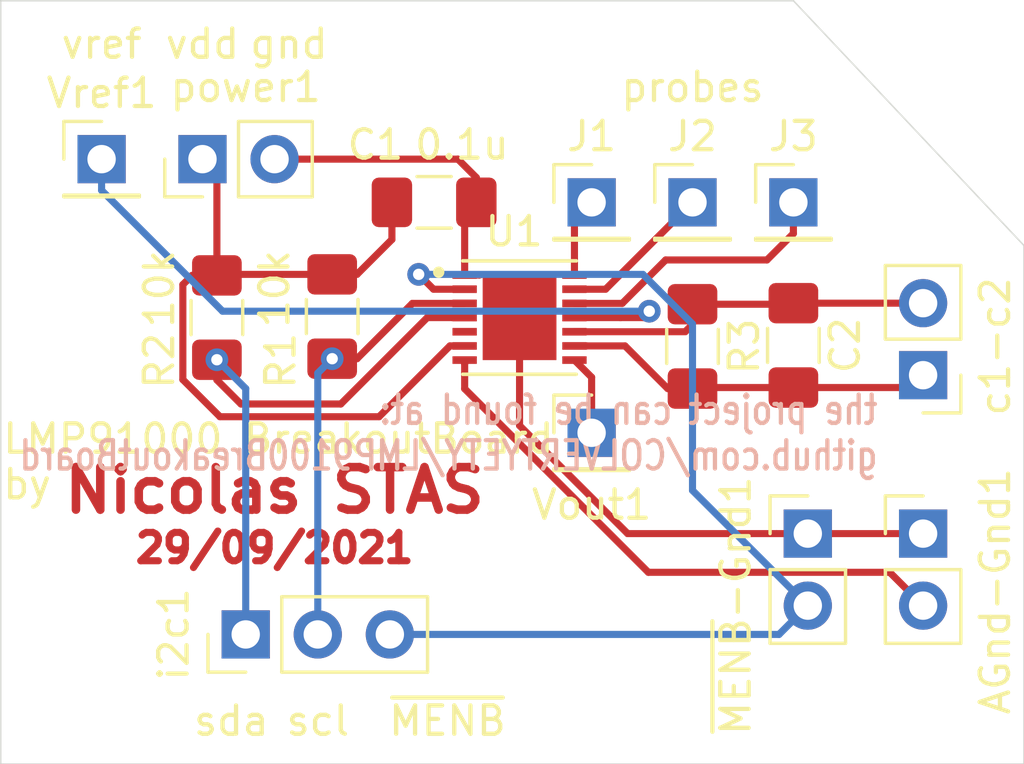
<source format=kicad_pcb>
(kicad_pcb (version 20171130) (host pcbnew 5.1.5+dfsg1-2build2)

  (general
    (thickness 1.6)
    (drawings 19)
    (tracks 94)
    (zones 0)
    (modules 16)
    (nets 14)
  )

  (page A4)
  (layers
    (0 F.Cu signal)
    (31 B.Cu signal)
    (32 B.Adhes user)
    (33 F.Adhes user)
    (34 B.Paste user)
    (35 F.Paste user)
    (36 B.SilkS user)
    (37 F.SilkS user)
    (38 B.Mask user)
    (39 F.Mask user)
    (40 Dwgs.User user)
    (41 Cmts.User user)
    (42 Eco1.User user)
    (43 Eco2.User user)
    (44 Edge.Cuts user)
    (45 Margin user)
    (46 B.CrtYd user)
    (47 F.CrtYd user)
    (48 B.Fab user)
    (49 F.Fab user hide)
  )

  (setup
    (last_trace_width 0.25)
    (trace_clearance 0.2)
    (zone_clearance 0.508)
    (zone_45_only no)
    (trace_min 0.2)
    (via_size 0.8)
    (via_drill 0.4)
    (via_min_size 0.4)
    (via_min_drill 0.3)
    (uvia_size 0.3)
    (uvia_drill 0.1)
    (uvias_allowed no)
    (uvia_min_size 0.2)
    (uvia_min_drill 0.1)
    (edge_width 0.05)
    (segment_width 0.2)
    (pcb_text_width 0.3)
    (pcb_text_size 1.5 1.5)
    (mod_edge_width 0.12)
    (mod_text_size 1 1)
    (mod_text_width 0.15)
    (pad_size 1.524 1.524)
    (pad_drill 0.762)
    (pad_to_mask_clearance 0.051)
    (solder_mask_min_width 0.25)
    (aux_axis_origin 0 0)
    (visible_elements FFFFFF7F)
    (pcbplotparams
      (layerselection 0x010fc_ffffffff)
      (usegerberextensions false)
      (usegerberattributes false)
      (usegerberadvancedattributes false)
      (creategerberjobfile false)
      (excludeedgelayer true)
      (linewidth 0.100000)
      (plotframeref false)
      (viasonmask false)
      (mode 1)
      (useauxorigin false)
      (hpglpennumber 1)
      (hpglpenspeed 20)
      (hpglpendiameter 15.000000)
      (psnegative false)
      (psa4output false)
      (plotreference true)
      (plotvalue true)
      (plotinvisibletext false)
      (padsonsilk false)
      (subtractmaskfromsilk false)
      (outputformat 1)
      (mirror false)
      (drillshape 1)
      (scaleselection 1)
      (outputdirectory ""))
  )

  (net 0 "")
  (net 1 "Net-(AGnd-Gnd1-Pad2)")
  (net 2 GND)
  (net 3 VDD)
  (net 4 "Net-(C2-Pad2)")
  (net 5 "Net-(C2-Pad1)")
  (net 6 ~MENB~)
  (net 7 "Net-(R1-Pad1)")
  (net 8 "Net-(R2-Pad1)")
  (net 9 "Net-(J1-Pad1)")
  (net 10 "Net-(J2-Pad1)")
  (net 11 "Net-(J3-Pad1)")
  (net 12 "Net-(U1-Pad11)")
  (net 13 "Net-(U1-Pad8)")

  (net_class Default "This is the default net class."
    (clearance 0.2)
    (trace_width 0.25)
    (via_dia 0.8)
    (via_drill 0.4)
    (uvia_dia 0.3)
    (uvia_drill 0.1)
    (add_net GND)
    (add_net "Net-(AGnd-Gnd1-Pad2)")
    (add_net "Net-(C2-Pad1)")
    (add_net "Net-(C2-Pad2)")
    (add_net "Net-(J1-Pad1)")
    (add_net "Net-(J2-Pad1)")
    (add_net "Net-(J3-Pad1)")
    (add_net "Net-(R1-Pad1)")
    (add_net "Net-(R2-Pad1)")
    (add_net "Net-(U1-Pad11)")
    (add_net "Net-(U1-Pad8)")
    (add_net VDD)
    (add_net ~MENB~)
  )

  (module Connector_PinHeader_2.54mm:PinHeader_1x01_P2.54mm_Vertical (layer F.Cu) (tedit 59FED5CC) (tstamp 6154BACB)
    (at 72.136 66.548)
    (descr "Through hole straight pin header, 1x01, 2.54mm pitch, single row")
    (tags "Through hole pin header THT 1x01 2.54mm single row")
    (path /6155CAC8)
    (fp_text reference Vref1 (at 0 -2.33) (layer F.SilkS)
      (effects (font (size 1 1) (thickness 0.15)))
    )
    (fp_text value Conn_01x01_Male (at 0 2.33) (layer F.Fab)
      (effects (font (size 1 1) (thickness 0.15)))
    )
    (fp_text user %R (at 0 0 90) (layer F.Fab)
      (effects (font (size 1 1) (thickness 0.15)))
    )
    (fp_line (start 1.8 -1.8) (end -1.8 -1.8) (layer F.CrtYd) (width 0.05))
    (fp_line (start 1.8 1.8) (end 1.8 -1.8) (layer F.CrtYd) (width 0.05))
    (fp_line (start -1.8 1.8) (end 1.8 1.8) (layer F.CrtYd) (width 0.05))
    (fp_line (start -1.8 -1.8) (end -1.8 1.8) (layer F.CrtYd) (width 0.05))
    (fp_line (start -1.33 -1.33) (end 0 -1.33) (layer F.SilkS) (width 0.12))
    (fp_line (start -1.33 0) (end -1.33 -1.33) (layer F.SilkS) (width 0.12))
    (fp_line (start -1.33 1.27) (end 1.33 1.27) (layer F.SilkS) (width 0.12))
    (fp_line (start 1.33 1.27) (end 1.33 1.33) (layer F.SilkS) (width 0.12))
    (fp_line (start -1.33 1.27) (end -1.33 1.33) (layer F.SilkS) (width 0.12))
    (fp_line (start -1.33 1.33) (end 1.33 1.33) (layer F.SilkS) (width 0.12))
    (fp_line (start -1.27 -0.635) (end -0.635 -1.27) (layer F.Fab) (width 0.1))
    (fp_line (start -1.27 1.27) (end -1.27 -0.635) (layer F.Fab) (width 0.1))
    (fp_line (start 1.27 1.27) (end -1.27 1.27) (layer F.Fab) (width 0.1))
    (fp_line (start 1.27 -1.27) (end 1.27 1.27) (layer F.Fab) (width 0.1))
    (fp_line (start -0.635 -1.27) (end 1.27 -1.27) (layer F.Fab) (width 0.1))
    (pad 1 thru_hole rect (at 0 0) (size 1.7 1.7) (drill 1) (layers *.Cu *.Mask)
      (net 12 "Net-(U1-Pad11)"))
    (model ${KISYS3DMOD}/Connector_PinHeader_2.54mm.3dshapes/PinHeader_1x01_P2.54mm_Vertical.wrl
      (at (xyz 0 0 0))
      (scale (xyz 1 1 1))
      (rotate (xyz 0 0 0))
    )
  )

  (module Capacitor_SMD:C_1206_3216Metric_Pad1.42x1.75mm_HandSolder (layer F.Cu) (tedit 5B301BBE) (tstamp 6154B9BB)
    (at 83.8565 68.072 180)
    (descr "Capacitor SMD 1206 (3216 Metric), square (rectangular) end terminal, IPC_7351 nominal with elongated pad for handsoldering. (Body size source: http://www.tortai-tech.com/upload/download/2011102023233369053.pdf), generated with kicad-footprint-generator")
    (tags "capacitor handsolder")
    (path /6155968E)
    (attr smd)
    (fp_text reference C1 (at 2.0685 2.032) (layer F.SilkS)
      (effects (font (size 1 1) (thickness 0.15)))
    )
    (fp_text value 0.1u (at 0 1.82) (layer F.Fab)
      (effects (font (size 1 1) (thickness 0.15)))
    )
    (fp_text user %R (at 0 0) (layer F.Fab)
      (effects (font (size 0.8 0.8) (thickness 0.12)))
    )
    (fp_line (start 2.45 1.12) (end -2.45 1.12) (layer F.CrtYd) (width 0.05))
    (fp_line (start 2.45 -1.12) (end 2.45 1.12) (layer F.CrtYd) (width 0.05))
    (fp_line (start -2.45 -1.12) (end 2.45 -1.12) (layer F.CrtYd) (width 0.05))
    (fp_line (start -2.45 1.12) (end -2.45 -1.12) (layer F.CrtYd) (width 0.05))
    (fp_line (start -0.602064 0.91) (end 0.602064 0.91) (layer F.SilkS) (width 0.12))
    (fp_line (start -0.602064 -0.91) (end 0.602064 -0.91) (layer F.SilkS) (width 0.12))
    (fp_line (start 1.6 0.8) (end -1.6 0.8) (layer F.Fab) (width 0.1))
    (fp_line (start 1.6 -0.8) (end 1.6 0.8) (layer F.Fab) (width 0.1))
    (fp_line (start -1.6 -0.8) (end 1.6 -0.8) (layer F.Fab) (width 0.1))
    (fp_line (start -1.6 0.8) (end -1.6 -0.8) (layer F.Fab) (width 0.1))
    (pad 2 smd roundrect (at 1.4875 0 180) (size 1.425 1.75) (layers F.Cu F.Paste F.Mask) (roundrect_rratio 0.175439)
      (net 3 VDD))
    (pad 1 smd roundrect (at -1.4875 0 180) (size 1.425 1.75) (layers F.Cu F.Paste F.Mask) (roundrect_rratio 0.175439)
      (net 2 GND))
    (model ${KISYS3DMOD}/Capacitor_SMD.3dshapes/C_1206_3216Metric.wrl
      (at (xyz 0 0 0))
      (scale (xyz 1 1 1))
      (rotate (xyz 0 0 0))
    )
  )

  (module Connector_PinHeader_2.54mm:PinHeader_1x02_P2.54mm_Vertical (layer F.Cu) (tedit 59FED5CC) (tstamp 6154BAE1)
    (at 97.028 79.756)
    (descr "Through hole straight pin header, 1x02, 2.54mm pitch, single row")
    (tags "Through hole pin header THT 1x02 2.54mm single row")
    (path /6154FA70)
    (fp_text reference ~MENB~-Gnd1 (at -2.54 2.54 270) (layer F.SilkS)
      (effects (font (size 1 1) (thickness 0.15)))
    )
    (fp_text value Conn_01x02_Male (at 0 4.87) (layer F.Fab)
      (effects (font (size 1 1) (thickness 0.15)))
    )
    (fp_text user %R (at 0 1.27 90) (layer F.Fab)
      (effects (font (size 1 1) (thickness 0.15)))
    )
    (fp_line (start 1.8 -1.8) (end -1.8 -1.8) (layer F.CrtYd) (width 0.05))
    (fp_line (start 1.8 4.35) (end 1.8 -1.8) (layer F.CrtYd) (width 0.05))
    (fp_line (start -1.8 4.35) (end 1.8 4.35) (layer F.CrtYd) (width 0.05))
    (fp_line (start -1.8 -1.8) (end -1.8 4.35) (layer F.CrtYd) (width 0.05))
    (fp_line (start -1.33 -1.33) (end 0 -1.33) (layer F.SilkS) (width 0.12))
    (fp_line (start -1.33 0) (end -1.33 -1.33) (layer F.SilkS) (width 0.12))
    (fp_line (start -1.33 1.27) (end 1.33 1.27) (layer F.SilkS) (width 0.12))
    (fp_line (start 1.33 1.27) (end 1.33 3.87) (layer F.SilkS) (width 0.12))
    (fp_line (start -1.33 1.27) (end -1.33 3.87) (layer F.SilkS) (width 0.12))
    (fp_line (start -1.33 3.87) (end 1.33 3.87) (layer F.SilkS) (width 0.12))
    (fp_line (start -1.27 -0.635) (end -0.635 -1.27) (layer F.Fab) (width 0.1))
    (fp_line (start -1.27 3.81) (end -1.27 -0.635) (layer F.Fab) (width 0.1))
    (fp_line (start 1.27 3.81) (end -1.27 3.81) (layer F.Fab) (width 0.1))
    (fp_line (start 1.27 -1.27) (end 1.27 3.81) (layer F.Fab) (width 0.1))
    (fp_line (start -0.635 -1.27) (end 1.27 -1.27) (layer F.Fab) (width 0.1))
    (pad 2 thru_hole oval (at 0 2.54) (size 1.7 1.7) (drill 1) (layers *.Cu *.Mask)
      (net 6 ~MENB~))
    (pad 1 thru_hole rect (at 0 0) (size 1.7 1.7) (drill 1) (layers *.Cu *.Mask)
      (net 2 GND))
    (model ${KISYS3DMOD}/Connector_PinHeader_2.54mm.3dshapes/PinHeader_1x02_P2.54mm_Vertical.wrl
      (at (xyz 0 0 0))
      (scale (xyz 1 1 1))
      (rotate (xyz 0 0 0))
    )
  )

  (module Connector_PinHeader_2.54mm:PinHeader_1x01_P2.54mm_Vertical (layer F.Cu) (tedit 59FED5CC) (tstamp 6154BAB6)
    (at 89.408 76.2)
    (descr "Through hole straight pin header, 1x01, 2.54mm pitch, single row")
    (tags "Through hole pin header THT 1x01 2.54mm single row")
    (path /6155BABF)
    (fp_text reference Vout1 (at 0 2.54) (layer F.SilkS)
      (effects (font (size 1 1) (thickness 0.15)))
    )
    (fp_text value Conn_01x01_Male (at 0 2.33) (layer F.Fab)
      (effects (font (size 1 1) (thickness 0.15)))
    )
    (fp_text user %R (at 0 0 90) (layer F.Fab)
      (effects (font (size 1 1) (thickness 0.15)))
    )
    (fp_line (start 1.8 -1.8) (end -1.8 -1.8) (layer F.CrtYd) (width 0.05))
    (fp_line (start 1.8 1.8) (end 1.8 -1.8) (layer F.CrtYd) (width 0.05))
    (fp_line (start -1.8 1.8) (end 1.8 1.8) (layer F.CrtYd) (width 0.05))
    (fp_line (start -1.8 -1.8) (end -1.8 1.8) (layer F.CrtYd) (width 0.05))
    (fp_line (start -1.33 -1.33) (end 0 -1.33) (layer F.SilkS) (width 0.12))
    (fp_line (start -1.33 0) (end -1.33 -1.33) (layer F.SilkS) (width 0.12))
    (fp_line (start -1.33 1.27) (end 1.33 1.27) (layer F.SilkS) (width 0.12))
    (fp_line (start 1.33 1.27) (end 1.33 1.33) (layer F.SilkS) (width 0.12))
    (fp_line (start -1.33 1.27) (end -1.33 1.33) (layer F.SilkS) (width 0.12))
    (fp_line (start -1.33 1.33) (end 1.33 1.33) (layer F.SilkS) (width 0.12))
    (fp_line (start -1.27 -0.635) (end -0.635 -1.27) (layer F.Fab) (width 0.1))
    (fp_line (start -1.27 1.27) (end -1.27 -0.635) (layer F.Fab) (width 0.1))
    (fp_line (start 1.27 1.27) (end -1.27 1.27) (layer F.Fab) (width 0.1))
    (fp_line (start 1.27 -1.27) (end 1.27 1.27) (layer F.Fab) (width 0.1))
    (fp_line (start -0.635 -1.27) (end 1.27 -1.27) (layer F.Fab) (width 0.1))
    (pad 1 thru_hole rect (at 0 0) (size 1.7 1.7) (drill 1) (layers *.Cu *.Mask)
      (net 13 "Net-(U1-Pad8)"))
    (model ${KISYS3DMOD}/Connector_PinHeader_2.54mm.3dshapes/PinHeader_1x01_P2.54mm_Vertical.wrl
      (at (xyz 0 0 0))
      (scale (xyz 1 1 1))
      (rotate (xyz 0 0 0))
    )
  )

  (module lmp:SON50P400X400X80-15N (layer F.Cu) (tedit 615459FA) (tstamp 6154BAA1)
    (at 86.868 72.136)
    (path /61545BF5)
    (fp_text reference U1 (at -0.195115 -3.036605) (layer F.SilkS)
      (effects (font (size 1.000528 1.000528) (thickness 0.15)))
    )
    (fp_text value LMP91000SDE_NOPB (at 9.3308 3.065275) (layer F.Fab)
      (effects (font (size 1.000087 1.000087) (thickness 0.15)))
    )
    (fp_circle (center -2.85 -1.6) (end -2.75 -1.6) (layer F.Fab) (width 0.2))
    (fp_poly (pts (xy -0.82 -0.95) (xy 0.82 -0.95) (xy 0.82 0.95) (xy -0.82 0.95)) (layer F.Paste) (width 0.01))
    (fp_line (start -2.62 2.25) (end -2.62 -2.25) (layer F.CrtYd) (width 0.05))
    (fp_line (start 2.62 2.25) (end -2.62 2.25) (layer F.CrtYd) (width 0.05))
    (fp_line (start 2.62 -2.25) (end 2.62 2.25) (layer F.CrtYd) (width 0.05))
    (fp_line (start -2.62 -2.25) (end 2.62 -2.25) (layer F.CrtYd) (width 0.05))
    (fp_circle (center -2.85 -1.6) (end -2.75 -1.6) (layer F.SilkS) (width 0.2))
    (fp_line (start 2 2) (end -2 2) (layer F.SilkS) (width 0.127))
    (fp_line (start -2 -2) (end 2 -2) (layer F.SilkS) (width 0.127))
    (fp_line (start -2 2) (end -2 -2) (layer F.Fab) (width 0.127))
    (fp_line (start 2 2) (end -2 2) (layer F.Fab) (width 0.127))
    (fp_line (start 2 -2) (end 2 2) (layer F.Fab) (width 0.127))
    (fp_line (start -2 -2) (end 2 -2) (layer F.Fab) (width 0.127))
    (pad 15 smd rect (at 0 0) (size 2.6 3) (layers F.Cu F.Mask)
      (net 2 GND))
    (pad 14 smd roundrect (at 1.935 -1.5) (size 0.86 0.27) (layers F.Cu F.Paste F.Mask) (roundrect_rratio 0.03)
      (net 9 "Net-(J1-Pad1)"))
    (pad 13 smd roundrect (at 1.935 -1) (size 0.86 0.27) (layers F.Cu F.Paste F.Mask) (roundrect_rratio 0.03)
      (net 10 "Net-(J2-Pad1)"))
    (pad 12 smd roundrect (at 1.935 -0.5) (size 0.86 0.27) (layers F.Cu F.Paste F.Mask) (roundrect_rratio 0.03)
      (net 11 "Net-(J3-Pad1)"))
    (pad 11 smd roundrect (at 1.935 0) (size 0.86 0.27) (layers F.Cu F.Paste F.Mask) (roundrect_rratio 0.03)
      (net 12 "Net-(U1-Pad11)"))
    (pad 10 smd roundrect (at 1.935 0.5) (size 0.86 0.27) (layers F.Cu F.Paste F.Mask) (roundrect_rratio 0.03)
      (net 5 "Net-(C2-Pad1)"))
    (pad 9 smd roundrect (at 1.935 1) (size 0.86 0.27) (layers F.Cu F.Paste F.Mask) (roundrect_rratio 0.03)
      (net 4 "Net-(C2-Pad2)"))
    (pad 8 smd roundrect (at 1.935 1.5) (size 0.86 0.27) (layers F.Cu F.Paste F.Mask) (roundrect_rratio 0.03)
      (net 13 "Net-(U1-Pad8)"))
    (pad 7 smd roundrect (at -1.935 1.5) (size 0.86 0.27) (layers F.Cu F.Paste F.Mask) (roundrect_rratio 0.03)
      (net 1 "Net-(AGnd-Gnd1-Pad2)"))
    (pad 6 smd roundrect (at -1.935 1) (size 0.86 0.27) (layers F.Cu F.Paste F.Mask) (roundrect_rratio 0.03)
      (net 3 VDD))
    (pad 5 smd roundrect (at -1.935 0.5) (size 0.86 0.27) (layers F.Cu F.Paste F.Mask) (roundrect_rratio 0.03))
    (pad 4 smd roundrect (at -1.935 0) (size 0.86 0.27) (layers F.Cu F.Paste F.Mask) (roundrect_rratio 0.03)
      (net 8 "Net-(R2-Pad1)"))
    (pad 3 smd roundrect (at -1.935 -0.5) (size 0.86 0.27) (layers F.Cu F.Paste F.Mask) (roundrect_rratio 0.03)
      (net 7 "Net-(R1-Pad1)"))
    (pad 2 smd roundrect (at -1.935 -1) (size 0.86 0.27) (layers F.Cu F.Paste F.Mask) (roundrect_rratio 0.03)
      (net 6 ~MENB~))
    (pad 1 smd roundrect (at -1.935 -1.5) (size 0.86 0.27) (layers F.Cu F.Paste F.Mask) (roundrect_rratio 0.03)
      (net 2 GND))
  )

  (module Resistor_SMD:R_1206_3216Metric_Pad1.42x1.75mm_HandSolder (layer F.Cu) (tedit 5B301BBD) (tstamp 6154BA81)
    (at 92.964 73.152 270)
    (descr "Resistor SMD 1206 (3216 Metric), square (rectangular) end terminal, IPC_7351 nominal with elongated pad for handsoldering. (Body size source: http://www.tortai-tech.com/upload/download/2011102023233369053.pdf), generated with kicad-footprint-generator")
    (tags "resistor handsolder")
    (path /6155E4B6)
    (attr smd)
    (fp_text reference R3 (at 0 -1.82 90) (layer F.SilkS)
      (effects (font (size 1 1) (thickness 0.15)))
    )
    (fp_text value r (at 0 1.82 90) (layer F.Fab)
      (effects (font (size 1 1) (thickness 0.15)))
    )
    (fp_text user %R (at 0 0 90) (layer F.Fab)
      (effects (font (size 0.8 0.8) (thickness 0.12)))
    )
    (fp_line (start 2.45 1.12) (end -2.45 1.12) (layer F.CrtYd) (width 0.05))
    (fp_line (start 2.45 -1.12) (end 2.45 1.12) (layer F.CrtYd) (width 0.05))
    (fp_line (start -2.45 -1.12) (end 2.45 -1.12) (layer F.CrtYd) (width 0.05))
    (fp_line (start -2.45 1.12) (end -2.45 -1.12) (layer F.CrtYd) (width 0.05))
    (fp_line (start -0.602064 0.91) (end 0.602064 0.91) (layer F.SilkS) (width 0.12))
    (fp_line (start -0.602064 -0.91) (end 0.602064 -0.91) (layer F.SilkS) (width 0.12))
    (fp_line (start 1.6 0.8) (end -1.6 0.8) (layer F.Fab) (width 0.1))
    (fp_line (start 1.6 -0.8) (end 1.6 0.8) (layer F.Fab) (width 0.1))
    (fp_line (start -1.6 -0.8) (end 1.6 -0.8) (layer F.Fab) (width 0.1))
    (fp_line (start -1.6 0.8) (end -1.6 -0.8) (layer F.Fab) (width 0.1))
    (pad 2 smd roundrect (at 1.4875 0 270) (size 1.425 1.75) (layers F.Cu F.Paste F.Mask) (roundrect_rratio 0.175439)
      (net 4 "Net-(C2-Pad2)"))
    (pad 1 smd roundrect (at -1.4875 0 270) (size 1.425 1.75) (layers F.Cu F.Paste F.Mask) (roundrect_rratio 0.175439)
      (net 5 "Net-(C2-Pad1)"))
    (model ${KISYS3DMOD}/Resistor_SMD.3dshapes/R_1206_3216Metric.wrl
      (at (xyz 0 0 0))
      (scale (xyz 1 1 1))
      (rotate (xyz 0 0 0))
    )
  )

  (module Resistor_SMD:R_1206_3216Metric_Pad1.42x1.75mm_HandSolder (layer F.Cu) (tedit 5B301BBD) (tstamp 6154BA70)
    (at 76.2 72.136 90)
    (descr "Resistor SMD 1206 (3216 Metric), square (rectangular) end terminal, IPC_7351 nominal with elongated pad for handsoldering. (Body size source: http://www.tortai-tech.com/upload/download/2011102023233369053.pdf), generated with kicad-footprint-generator")
    (tags "resistor handsolder")
    (path /6154E0A2)
    (attr smd)
    (fp_text reference R2 (at -1.524 -2.032 90) (layer F.SilkS)
      (effects (font (size 1 1) (thickness 0.15)))
    )
    (fp_text value 10k (at 0 1.82 90) (layer F.Fab)
      (effects (font (size 1 1) (thickness 0.15)))
    )
    (fp_text user %R (at 0 0 90) (layer F.Fab)
      (effects (font (size 0.8 0.8) (thickness 0.12)))
    )
    (fp_line (start 2.45 1.12) (end -2.45 1.12) (layer F.CrtYd) (width 0.05))
    (fp_line (start 2.45 -1.12) (end 2.45 1.12) (layer F.CrtYd) (width 0.05))
    (fp_line (start -2.45 -1.12) (end 2.45 -1.12) (layer F.CrtYd) (width 0.05))
    (fp_line (start -2.45 1.12) (end -2.45 -1.12) (layer F.CrtYd) (width 0.05))
    (fp_line (start -0.602064 0.91) (end 0.602064 0.91) (layer F.SilkS) (width 0.12))
    (fp_line (start -0.602064 -0.91) (end 0.602064 -0.91) (layer F.SilkS) (width 0.12))
    (fp_line (start 1.6 0.8) (end -1.6 0.8) (layer F.Fab) (width 0.1))
    (fp_line (start 1.6 -0.8) (end 1.6 0.8) (layer F.Fab) (width 0.1))
    (fp_line (start -1.6 -0.8) (end 1.6 -0.8) (layer F.Fab) (width 0.1))
    (fp_line (start -1.6 0.8) (end -1.6 -0.8) (layer F.Fab) (width 0.1))
    (pad 2 smd roundrect (at 1.4875 0 90) (size 1.425 1.75) (layers F.Cu F.Paste F.Mask) (roundrect_rratio 0.175439)
      (net 3 VDD))
    (pad 1 smd roundrect (at -1.4875 0 90) (size 1.425 1.75) (layers F.Cu F.Paste F.Mask) (roundrect_rratio 0.175439)
      (net 8 "Net-(R2-Pad1)"))
    (model ${KISYS3DMOD}/Resistor_SMD.3dshapes/R_1206_3216Metric.wrl
      (at (xyz 0 0 0))
      (scale (xyz 1 1 1))
      (rotate (xyz 0 0 0))
    )
  )

  (module Resistor_SMD:R_1206_3216Metric_Pad1.42x1.75mm_HandSolder (layer F.Cu) (tedit 5B301BBD) (tstamp 6154BA5F)
    (at 80.264 72.0995 90)
    (descr "Resistor SMD 1206 (3216 Metric), square (rectangular) end terminal, IPC_7351 nominal with elongated pad for handsoldering. (Body size source: http://www.tortai-tech.com/upload/download/2011102023233369053.pdf), generated with kicad-footprint-generator")
    (tags "resistor handsolder")
    (path /6154D576)
    (attr smd)
    (fp_text reference R1 (at -1.5605 -1.82 90) (layer F.SilkS)
      (effects (font (size 1 1) (thickness 0.15)))
    )
    (fp_text value 10k (at 0 1.82 90) (layer F.Fab)
      (effects (font (size 1 1) (thickness 0.15)))
    )
    (fp_text user %R (at 0 0 90) (layer F.Fab)
      (effects (font (size 0.8 0.8) (thickness 0.12)))
    )
    (fp_line (start 2.45 1.12) (end -2.45 1.12) (layer F.CrtYd) (width 0.05))
    (fp_line (start 2.45 -1.12) (end 2.45 1.12) (layer F.CrtYd) (width 0.05))
    (fp_line (start -2.45 -1.12) (end 2.45 -1.12) (layer F.CrtYd) (width 0.05))
    (fp_line (start -2.45 1.12) (end -2.45 -1.12) (layer F.CrtYd) (width 0.05))
    (fp_line (start -0.602064 0.91) (end 0.602064 0.91) (layer F.SilkS) (width 0.12))
    (fp_line (start -0.602064 -0.91) (end 0.602064 -0.91) (layer F.SilkS) (width 0.12))
    (fp_line (start 1.6 0.8) (end -1.6 0.8) (layer F.Fab) (width 0.1))
    (fp_line (start 1.6 -0.8) (end 1.6 0.8) (layer F.Fab) (width 0.1))
    (fp_line (start -1.6 -0.8) (end 1.6 -0.8) (layer F.Fab) (width 0.1))
    (fp_line (start -1.6 0.8) (end -1.6 -0.8) (layer F.Fab) (width 0.1))
    (pad 2 smd roundrect (at 1.4875 0 90) (size 1.425 1.75) (layers F.Cu F.Paste F.Mask) (roundrect_rratio 0.175439)
      (net 3 VDD))
    (pad 1 smd roundrect (at -1.4875 0 90) (size 1.425 1.75) (layers F.Cu F.Paste F.Mask) (roundrect_rratio 0.175439)
      (net 7 "Net-(R1-Pad1)"))
    (model ${KISYS3DMOD}/Resistor_SMD.3dshapes/R_1206_3216Metric.wrl
      (at (xyz 0 0 0))
      (scale (xyz 1 1 1))
      (rotate (xyz 0 0 0))
    )
  )

  (module Connector_PinHeader_2.54mm:PinHeader_1x02_P2.54mm_Vertical (layer F.Cu) (tedit 59FED5CC) (tstamp 6154BA4E)
    (at 75.692 66.548 90)
    (descr "Through hole straight pin header, 1x02, 2.54mm pitch, single row")
    (tags "Through hole pin header THT 1x02 2.54mm single row")
    (path /6157754D)
    (fp_text reference power1 (at 2.54 1.524) (layer F.SilkS)
      (effects (font (size 1 1) (thickness 0.15)))
    )
    (fp_text value Conn_01x02_Male (at 0 4.87 90) (layer F.Fab)
      (effects (font (size 1 1) (thickness 0.15)))
    )
    (fp_text user %R (at 0 1.27) (layer F.Fab)
      (effects (font (size 1 1) (thickness 0.15)))
    )
    (fp_line (start 1.8 -1.8) (end -1.8 -1.8) (layer F.CrtYd) (width 0.05))
    (fp_line (start 1.8 4.35) (end 1.8 -1.8) (layer F.CrtYd) (width 0.05))
    (fp_line (start -1.8 4.35) (end 1.8 4.35) (layer F.CrtYd) (width 0.05))
    (fp_line (start -1.8 -1.8) (end -1.8 4.35) (layer F.CrtYd) (width 0.05))
    (fp_line (start -1.33 -1.33) (end 0 -1.33) (layer F.SilkS) (width 0.12))
    (fp_line (start -1.33 0) (end -1.33 -1.33) (layer F.SilkS) (width 0.12))
    (fp_line (start -1.33 1.27) (end 1.33 1.27) (layer F.SilkS) (width 0.12))
    (fp_line (start 1.33 1.27) (end 1.33 3.87) (layer F.SilkS) (width 0.12))
    (fp_line (start -1.33 1.27) (end -1.33 3.87) (layer F.SilkS) (width 0.12))
    (fp_line (start -1.33 3.87) (end 1.33 3.87) (layer F.SilkS) (width 0.12))
    (fp_line (start -1.27 -0.635) (end -0.635 -1.27) (layer F.Fab) (width 0.1))
    (fp_line (start -1.27 3.81) (end -1.27 -0.635) (layer F.Fab) (width 0.1))
    (fp_line (start 1.27 3.81) (end -1.27 3.81) (layer F.Fab) (width 0.1))
    (fp_line (start 1.27 -1.27) (end 1.27 3.81) (layer F.Fab) (width 0.1))
    (fp_line (start -0.635 -1.27) (end 1.27 -1.27) (layer F.Fab) (width 0.1))
    (pad 2 thru_hole oval (at 0 2.54 90) (size 1.7 1.7) (drill 1) (layers *.Cu *.Mask)
      (net 2 GND))
    (pad 1 thru_hole rect (at 0 0 90) (size 1.7 1.7) (drill 1) (layers *.Cu *.Mask)
      (net 3 VDD))
    (model ${KISYS3DMOD}/Connector_PinHeader_2.54mm.3dshapes/PinHeader_1x02_P2.54mm_Vertical.wrl
      (at (xyz 0 0 0))
      (scale (xyz 1 1 1))
      (rotate (xyz 0 0 0))
    )
  )

  (module Connector_PinHeader_2.54mm:PinHeader_1x01_P2.54mm_Vertical (layer F.Cu) (tedit 59FED5CC) (tstamp 6154BA38)
    (at 96.52 68.072)
    (descr "Through hole straight pin header, 1x01, 2.54mm pitch, single row")
    (tags "Through hole pin header THT 1x01 2.54mm single row")
    (path /61546E33)
    (fp_text reference J3 (at 0 -2.33) (layer F.SilkS)
      (effects (font (size 1 1) (thickness 0.15)))
    )
    (fp_text value Conn_01x01_Male (at 0 2.33) (layer F.Fab)
      (effects (font (size 1 1) (thickness 0.15)))
    )
    (fp_text user %R (at 0 0 90) (layer F.Fab)
      (effects (font (size 1 1) (thickness 0.15)))
    )
    (fp_line (start 1.8 -1.8) (end -1.8 -1.8) (layer F.CrtYd) (width 0.05))
    (fp_line (start 1.8 1.8) (end 1.8 -1.8) (layer F.CrtYd) (width 0.05))
    (fp_line (start -1.8 1.8) (end 1.8 1.8) (layer F.CrtYd) (width 0.05))
    (fp_line (start -1.8 -1.8) (end -1.8 1.8) (layer F.CrtYd) (width 0.05))
    (fp_line (start -1.33 -1.33) (end 0 -1.33) (layer F.SilkS) (width 0.12))
    (fp_line (start -1.33 0) (end -1.33 -1.33) (layer F.SilkS) (width 0.12))
    (fp_line (start -1.33 1.27) (end 1.33 1.27) (layer F.SilkS) (width 0.12))
    (fp_line (start 1.33 1.27) (end 1.33 1.33) (layer F.SilkS) (width 0.12))
    (fp_line (start -1.33 1.27) (end -1.33 1.33) (layer F.SilkS) (width 0.12))
    (fp_line (start -1.33 1.33) (end 1.33 1.33) (layer F.SilkS) (width 0.12))
    (fp_line (start -1.27 -0.635) (end -0.635 -1.27) (layer F.Fab) (width 0.1))
    (fp_line (start -1.27 1.27) (end -1.27 -0.635) (layer F.Fab) (width 0.1))
    (fp_line (start 1.27 1.27) (end -1.27 1.27) (layer F.Fab) (width 0.1))
    (fp_line (start 1.27 -1.27) (end 1.27 1.27) (layer F.Fab) (width 0.1))
    (fp_line (start -0.635 -1.27) (end 1.27 -1.27) (layer F.Fab) (width 0.1))
    (pad 1 thru_hole rect (at 0 0) (size 1.7 1.7) (drill 1) (layers *.Cu *.Mask)
      (net 11 "Net-(J3-Pad1)"))
    (model ${KISYS3DMOD}/Connector_PinHeader_2.54mm.3dshapes/PinHeader_1x01_P2.54mm_Vertical.wrl
      (at (xyz 0 0 0))
      (scale (xyz 1 1 1))
      (rotate (xyz 0 0 0))
    )
  )

  (module Connector_PinHeader_2.54mm:PinHeader_1x01_P2.54mm_Vertical (layer F.Cu) (tedit 59FED5CC) (tstamp 6154BA23)
    (at 92.964 68.072)
    (descr "Through hole straight pin header, 1x01, 2.54mm pitch, single row")
    (tags "Through hole pin header THT 1x01 2.54mm single row")
    (path /61547674)
    (fp_text reference J2 (at 0 -2.33) (layer F.SilkS)
      (effects (font (size 1 1) (thickness 0.15)))
    )
    (fp_text value Conn_01x01_Male (at 0 2.33) (layer F.Fab)
      (effects (font (size 1 1) (thickness 0.15)))
    )
    (fp_text user %R (at 0 0 90) (layer F.Fab)
      (effects (font (size 1 1) (thickness 0.15)))
    )
    (fp_line (start 1.8 -1.8) (end -1.8 -1.8) (layer F.CrtYd) (width 0.05))
    (fp_line (start 1.8 1.8) (end 1.8 -1.8) (layer F.CrtYd) (width 0.05))
    (fp_line (start -1.8 1.8) (end 1.8 1.8) (layer F.CrtYd) (width 0.05))
    (fp_line (start -1.8 -1.8) (end -1.8 1.8) (layer F.CrtYd) (width 0.05))
    (fp_line (start -1.33 -1.33) (end 0 -1.33) (layer F.SilkS) (width 0.12))
    (fp_line (start -1.33 0) (end -1.33 -1.33) (layer F.SilkS) (width 0.12))
    (fp_line (start -1.33 1.27) (end 1.33 1.27) (layer F.SilkS) (width 0.12))
    (fp_line (start 1.33 1.27) (end 1.33 1.33) (layer F.SilkS) (width 0.12))
    (fp_line (start -1.33 1.27) (end -1.33 1.33) (layer F.SilkS) (width 0.12))
    (fp_line (start -1.33 1.33) (end 1.33 1.33) (layer F.SilkS) (width 0.12))
    (fp_line (start -1.27 -0.635) (end -0.635 -1.27) (layer F.Fab) (width 0.1))
    (fp_line (start -1.27 1.27) (end -1.27 -0.635) (layer F.Fab) (width 0.1))
    (fp_line (start 1.27 1.27) (end -1.27 1.27) (layer F.Fab) (width 0.1))
    (fp_line (start 1.27 -1.27) (end 1.27 1.27) (layer F.Fab) (width 0.1))
    (fp_line (start -0.635 -1.27) (end 1.27 -1.27) (layer F.Fab) (width 0.1))
    (pad 1 thru_hole rect (at 0 0) (size 1.7 1.7) (drill 1) (layers *.Cu *.Mask)
      (net 10 "Net-(J2-Pad1)"))
    (model ${KISYS3DMOD}/Connector_PinHeader_2.54mm.3dshapes/PinHeader_1x01_P2.54mm_Vertical.wrl
      (at (xyz 0 0 0))
      (scale (xyz 1 1 1))
      (rotate (xyz 0 0 0))
    )
  )

  (module Connector_PinHeader_2.54mm:PinHeader_1x01_P2.54mm_Vertical (layer F.Cu) (tedit 59FED5CC) (tstamp 6154BA0E)
    (at 89.408 68.072)
    (descr "Through hole straight pin header, 1x01, 2.54mm pitch, single row")
    (tags "Through hole pin header THT 1x01 2.54mm single row")
    (path /615477BF)
    (fp_text reference J1 (at 0 -2.33) (layer F.SilkS)
      (effects (font (size 1 1) (thickness 0.15)))
    )
    (fp_text value Conn_01x01_Male (at 0 2.33) (layer F.Fab)
      (effects (font (size 1 1) (thickness 0.15)))
    )
    (fp_text user %R (at 0 0 90) (layer F.Fab)
      (effects (font (size 1 1) (thickness 0.15)))
    )
    (fp_line (start 1.8 -1.8) (end -1.8 -1.8) (layer F.CrtYd) (width 0.05))
    (fp_line (start 1.8 1.8) (end 1.8 -1.8) (layer F.CrtYd) (width 0.05))
    (fp_line (start -1.8 1.8) (end 1.8 1.8) (layer F.CrtYd) (width 0.05))
    (fp_line (start -1.8 -1.8) (end -1.8 1.8) (layer F.CrtYd) (width 0.05))
    (fp_line (start -1.33 -1.33) (end 0 -1.33) (layer F.SilkS) (width 0.12))
    (fp_line (start -1.33 0) (end -1.33 -1.33) (layer F.SilkS) (width 0.12))
    (fp_line (start -1.33 1.27) (end 1.33 1.27) (layer F.SilkS) (width 0.12))
    (fp_line (start 1.33 1.27) (end 1.33 1.33) (layer F.SilkS) (width 0.12))
    (fp_line (start -1.33 1.27) (end -1.33 1.33) (layer F.SilkS) (width 0.12))
    (fp_line (start -1.33 1.33) (end 1.33 1.33) (layer F.SilkS) (width 0.12))
    (fp_line (start -1.27 -0.635) (end -0.635 -1.27) (layer F.Fab) (width 0.1))
    (fp_line (start -1.27 1.27) (end -1.27 -0.635) (layer F.Fab) (width 0.1))
    (fp_line (start 1.27 1.27) (end -1.27 1.27) (layer F.Fab) (width 0.1))
    (fp_line (start 1.27 -1.27) (end 1.27 1.27) (layer F.Fab) (width 0.1))
    (fp_line (start -0.635 -1.27) (end 1.27 -1.27) (layer F.Fab) (width 0.1))
    (pad 1 thru_hole rect (at 0 0) (size 1.7 1.7) (drill 1) (layers *.Cu *.Mask)
      (net 9 "Net-(J1-Pad1)"))
    (model ${KISYS3DMOD}/Connector_PinHeader_2.54mm.3dshapes/PinHeader_1x01_P2.54mm_Vertical.wrl
      (at (xyz 0 0 0))
      (scale (xyz 1 1 1))
      (rotate (xyz 0 0 0))
    )
  )

  (module Connector_PinHeader_2.54mm:PinHeader_1x03_P2.54mm_Vertical (layer F.Cu) (tedit 59FED5CC) (tstamp 6154B9F9)
    (at 77.216 83.312 90)
    (descr "Through hole straight pin header, 1x03, 2.54mm pitch, single row")
    (tags "Through hole pin header THT 1x03 2.54mm single row")
    (path /6154B7C1)
    (fp_text reference i2c1 (at 0 -2.54 90) (layer F.SilkS)
      (effects (font (size 1 1) (thickness 0.15)))
    )
    (fp_text value Conn_01x03_Female (at 0 7.41 90) (layer F.Fab)
      (effects (font (size 1 1) (thickness 0.15)))
    )
    (fp_text user %R (at 0 2.54) (layer F.Fab)
      (effects (font (size 1 1) (thickness 0.15)))
    )
    (fp_line (start 1.8 -1.8) (end -1.8 -1.8) (layer F.CrtYd) (width 0.05))
    (fp_line (start 1.8 6.85) (end 1.8 -1.8) (layer F.CrtYd) (width 0.05))
    (fp_line (start -1.8 6.85) (end 1.8 6.85) (layer F.CrtYd) (width 0.05))
    (fp_line (start -1.8 -1.8) (end -1.8 6.85) (layer F.CrtYd) (width 0.05))
    (fp_line (start -1.33 -1.33) (end 0 -1.33) (layer F.SilkS) (width 0.12))
    (fp_line (start -1.33 0) (end -1.33 -1.33) (layer F.SilkS) (width 0.12))
    (fp_line (start -1.33 1.27) (end 1.33 1.27) (layer F.SilkS) (width 0.12))
    (fp_line (start 1.33 1.27) (end 1.33 6.41) (layer F.SilkS) (width 0.12))
    (fp_line (start -1.33 1.27) (end -1.33 6.41) (layer F.SilkS) (width 0.12))
    (fp_line (start -1.33 6.41) (end 1.33 6.41) (layer F.SilkS) (width 0.12))
    (fp_line (start -1.27 -0.635) (end -0.635 -1.27) (layer F.Fab) (width 0.1))
    (fp_line (start -1.27 6.35) (end -1.27 -0.635) (layer F.Fab) (width 0.1))
    (fp_line (start 1.27 6.35) (end -1.27 6.35) (layer F.Fab) (width 0.1))
    (fp_line (start 1.27 -1.27) (end 1.27 6.35) (layer F.Fab) (width 0.1))
    (fp_line (start -0.635 -1.27) (end 1.27 -1.27) (layer F.Fab) (width 0.1))
    (pad 3 thru_hole oval (at 0 5.08 90) (size 1.7 1.7) (drill 1) (layers *.Cu *.Mask)
      (net 6 ~MENB~))
    (pad 2 thru_hole oval (at 0 2.54 90) (size 1.7 1.7) (drill 1) (layers *.Cu *.Mask)
      (net 7 "Net-(R1-Pad1)"))
    (pad 1 thru_hole rect (at 0 0 90) (size 1.7 1.7) (drill 1) (layers *.Cu *.Mask)
      (net 8 "Net-(R2-Pad1)"))
    (model ${KISYS3DMOD}/Connector_PinHeader_2.54mm.3dshapes/PinHeader_1x03_P2.54mm_Vertical.wrl
      (at (xyz 0 0 0))
      (scale (xyz 1 1 1))
      (rotate (xyz 0 0 0))
    )
  )

  (module Connector_PinHeader_2.54mm:PinHeader_1x02_P2.54mm_Vertical (layer F.Cu) (tedit 59FED5CC) (tstamp 6154B9E2)
    (at 101.092 74.168 180)
    (descr "Through hole straight pin header, 1x02, 2.54mm pitch, single row")
    (tags "Through hole pin header THT 1x02 2.54mm single row")
    (path /6155DC21)
    (fp_text reference c1-c2 (at -2.54 1.016 90) (layer F.SilkS)
      (effects (font (size 1 1) (thickness 0.15)))
    )
    (fp_text value Conn_01x02_Male (at 0 4.87) (layer F.Fab)
      (effects (font (size 1 1) (thickness 0.15)))
    )
    (fp_text user %R (at 0 1.27 90) (layer F.Fab)
      (effects (font (size 1 1) (thickness 0.15)))
    )
    (fp_line (start 1.8 -1.8) (end -1.8 -1.8) (layer F.CrtYd) (width 0.05))
    (fp_line (start 1.8 4.35) (end 1.8 -1.8) (layer F.CrtYd) (width 0.05))
    (fp_line (start -1.8 4.35) (end 1.8 4.35) (layer F.CrtYd) (width 0.05))
    (fp_line (start -1.8 -1.8) (end -1.8 4.35) (layer F.CrtYd) (width 0.05))
    (fp_line (start -1.33 -1.33) (end 0 -1.33) (layer F.SilkS) (width 0.12))
    (fp_line (start -1.33 0) (end -1.33 -1.33) (layer F.SilkS) (width 0.12))
    (fp_line (start -1.33 1.27) (end 1.33 1.27) (layer F.SilkS) (width 0.12))
    (fp_line (start 1.33 1.27) (end 1.33 3.87) (layer F.SilkS) (width 0.12))
    (fp_line (start -1.33 1.27) (end -1.33 3.87) (layer F.SilkS) (width 0.12))
    (fp_line (start -1.33 3.87) (end 1.33 3.87) (layer F.SilkS) (width 0.12))
    (fp_line (start -1.27 -0.635) (end -0.635 -1.27) (layer F.Fab) (width 0.1))
    (fp_line (start -1.27 3.81) (end -1.27 -0.635) (layer F.Fab) (width 0.1))
    (fp_line (start 1.27 3.81) (end -1.27 3.81) (layer F.Fab) (width 0.1))
    (fp_line (start 1.27 -1.27) (end 1.27 3.81) (layer F.Fab) (width 0.1))
    (fp_line (start -0.635 -1.27) (end 1.27 -1.27) (layer F.Fab) (width 0.1))
    (pad 2 thru_hole oval (at 0 2.54 180) (size 1.7 1.7) (drill 1) (layers *.Cu *.Mask)
      (net 5 "Net-(C2-Pad1)"))
    (pad 1 thru_hole rect (at 0 0 180) (size 1.7 1.7) (drill 1) (layers *.Cu *.Mask)
      (net 4 "Net-(C2-Pad2)"))
    (model ${KISYS3DMOD}/Connector_PinHeader_2.54mm.3dshapes/PinHeader_1x02_P2.54mm_Vertical.wrl
      (at (xyz 0 0 0))
      (scale (xyz 1 1 1))
      (rotate (xyz 0 0 0))
    )
  )

  (module Capacitor_SMD:C_1206_3216Metric_Pad1.42x1.75mm_HandSolder (layer F.Cu) (tedit 5B301BBE) (tstamp 6154B9CC)
    (at 96.52 73.1155 270)
    (descr "Capacitor SMD 1206 (3216 Metric), square (rectangular) end terminal, IPC_7351 nominal with elongated pad for handsoldering. (Body size source: http://www.tortai-tech.com/upload/download/2011102023233369053.pdf), generated with kicad-footprint-generator")
    (tags "capacitor handsolder")
    (path /6155ED49)
    (attr smd)
    (fp_text reference C2 (at 0 -1.82 90) (layer F.SilkS)
      (effects (font (size 1 1) (thickness 0.15)))
    )
    (fp_text value c (at 0 1.82 90) (layer F.Fab)
      (effects (font (size 1 1) (thickness 0.15)))
    )
    (fp_text user %R (at 0 0 90) (layer F.Fab)
      (effects (font (size 0.8 0.8) (thickness 0.12)))
    )
    (fp_line (start 2.45 1.12) (end -2.45 1.12) (layer F.CrtYd) (width 0.05))
    (fp_line (start 2.45 -1.12) (end 2.45 1.12) (layer F.CrtYd) (width 0.05))
    (fp_line (start -2.45 -1.12) (end 2.45 -1.12) (layer F.CrtYd) (width 0.05))
    (fp_line (start -2.45 1.12) (end -2.45 -1.12) (layer F.CrtYd) (width 0.05))
    (fp_line (start -0.602064 0.91) (end 0.602064 0.91) (layer F.SilkS) (width 0.12))
    (fp_line (start -0.602064 -0.91) (end 0.602064 -0.91) (layer F.SilkS) (width 0.12))
    (fp_line (start 1.6 0.8) (end -1.6 0.8) (layer F.Fab) (width 0.1))
    (fp_line (start 1.6 -0.8) (end 1.6 0.8) (layer F.Fab) (width 0.1))
    (fp_line (start -1.6 -0.8) (end 1.6 -0.8) (layer F.Fab) (width 0.1))
    (fp_line (start -1.6 0.8) (end -1.6 -0.8) (layer F.Fab) (width 0.1))
    (pad 2 smd roundrect (at 1.4875 0 270) (size 1.425 1.75) (layers F.Cu F.Paste F.Mask) (roundrect_rratio 0.175439)
      (net 4 "Net-(C2-Pad2)"))
    (pad 1 smd roundrect (at -1.4875 0 270) (size 1.425 1.75) (layers F.Cu F.Paste F.Mask) (roundrect_rratio 0.175439)
      (net 5 "Net-(C2-Pad1)"))
    (model ${KISYS3DMOD}/Capacitor_SMD.3dshapes/C_1206_3216Metric.wrl
      (at (xyz 0 0 0))
      (scale (xyz 1 1 1))
      (rotate (xyz 0 0 0))
    )
  )

  (module Connector_PinHeader_2.54mm:PinHeader_1x02_P2.54mm_Vertical (layer F.Cu) (tedit 59FED5CC) (tstamp 6154B9AA)
    (at 101.092 79.756)
    (descr "Through hole straight pin header, 1x02, 2.54mm pitch, single row")
    (tags "Through hole pin header THT 1x02 2.54mm single row")
    (path /61553BB8)
    (fp_text reference AGnd-Gnd1 (at 2.54 2.032 90) (layer F.SilkS)
      (effects (font (size 1 1) (thickness 0.15)))
    )
    (fp_text value Conn_01x02_Male (at 0 4.87) (layer F.Fab)
      (effects (font (size 1 1) (thickness 0.15)))
    )
    (fp_text user %R (at 0 1.27 90) (layer F.Fab)
      (effects (font (size 1 1) (thickness 0.15)))
    )
    (fp_line (start 1.8 -1.8) (end -1.8 -1.8) (layer F.CrtYd) (width 0.05))
    (fp_line (start 1.8 4.35) (end 1.8 -1.8) (layer F.CrtYd) (width 0.05))
    (fp_line (start -1.8 4.35) (end 1.8 4.35) (layer F.CrtYd) (width 0.05))
    (fp_line (start -1.8 -1.8) (end -1.8 4.35) (layer F.CrtYd) (width 0.05))
    (fp_line (start -1.33 -1.33) (end 0 -1.33) (layer F.SilkS) (width 0.12))
    (fp_line (start -1.33 0) (end -1.33 -1.33) (layer F.SilkS) (width 0.12))
    (fp_line (start -1.33 1.27) (end 1.33 1.27) (layer F.SilkS) (width 0.12))
    (fp_line (start 1.33 1.27) (end 1.33 3.87) (layer F.SilkS) (width 0.12))
    (fp_line (start -1.33 1.27) (end -1.33 3.87) (layer F.SilkS) (width 0.12))
    (fp_line (start -1.33 3.87) (end 1.33 3.87) (layer F.SilkS) (width 0.12))
    (fp_line (start -1.27 -0.635) (end -0.635 -1.27) (layer F.Fab) (width 0.1))
    (fp_line (start -1.27 3.81) (end -1.27 -0.635) (layer F.Fab) (width 0.1))
    (fp_line (start 1.27 3.81) (end -1.27 3.81) (layer F.Fab) (width 0.1))
    (fp_line (start 1.27 -1.27) (end 1.27 3.81) (layer F.Fab) (width 0.1))
    (fp_line (start -0.635 -1.27) (end 1.27 -1.27) (layer F.Fab) (width 0.1))
    (pad 2 thru_hole oval (at 0 2.54) (size 1.7 1.7) (drill 1) (layers *.Cu *.Mask)
      (net 1 "Net-(AGnd-Gnd1-Pad2)"))
    (pad 1 thru_hole rect (at 0 0) (size 1.7 1.7) (drill 1) (layers *.Cu *.Mask)
      (net 2 GND))
    (model ${KISYS3DMOD}/Connector_PinHeader_2.54mm.3dshapes/PinHeader_1x02_P2.54mm_Vertical.wrl
      (at (xyz 0 0 0))
      (scale (xyz 1 1 1))
      (rotate (xyz 0 0 0))
    )
  )

  (gr_text "the project can be found at:\ngithub.com/COLVERTYETY/LMP9100BreakoutBoard" (at 99.568 76.2) (layer B.SilkS)
    (effects (font (size 1 0.8) (thickness 0.15)) (justify left mirror))
  )
  (gr_text 29/09/2021 (at 78.232 80.264) (layer F.Cu)
    (effects (font (size 1 1) (thickness 0.25)))
  )
  (gr_text "Nicolas STAS" (at 78.232 78.232) (layer F.Cu)
    (effects (font (size 1.5 1.5) (thickness 0.3)))
  )
  (gr_text "LMP91000 BreakoutBoard\nby" (at 68.58 77.216) (layer F.SilkS)
    (effects (font (size 1 1) (thickness 0.15)) (justify left))
  )
  (gr_line (start 68.58 87.884) (end 68.58 60.96) (layer Edge.Cuts) (width 0.05) (tstamp 6154D32E))
  (gr_line (start 104.648 87.884) (end 68.58 87.884) (layer Edge.Cuts) (width 0.05))
  (gr_line (start 104.648 69.596) (end 104.648 87.884) (layer Edge.Cuts) (width 0.05))
  (gr_line (start 96.52 60.96) (end 104.648 69.596) (layer Edge.Cuts) (width 0.05))
  (gr_line (start 68.58 60.96) (end 96.52 60.96) (layer Edge.Cuts) (width 0.05))
  (gr_text "probes\n" (at 92.964 64.008) (layer F.SilkS)
    (effects (font (size 1 1) (thickness 0.15)))
  )
  (gr_text "0.1u\n" (at 84.836 66.04) (layer F.SilkS)
    (effects (font (size 1 1) (thickness 0.15)))
  )
  (gr_text "10k\n" (at 78.232 71.12 90) (layer F.SilkS) (tstamp 6154D294)
    (effects (font (size 1 1) (thickness 0.15)))
  )
  (gr_text "10k\n" (at 74.168 71.12 90) (layer F.SilkS)
    (effects (font (size 1 1) (thickness 0.15)))
  )
  (gr_text "scl\n" (at 79.756 86.36) (layer F.SilkS)
    (effects (font (size 1 1) (thickness 0.15)))
  )
  (gr_text "sda\n" (at 76.708 86.36) (layer F.SilkS)
    (effects (font (size 1 1) (thickness 0.15)))
  )
  (gr_text "~MENB~\n" (at 84.328 86.36) (layer F.SilkS)
    (effects (font (size 1 1) (thickness 0.15)))
  )
  (gr_text "vref\n" (at 72.136 62.484) (layer F.SilkS)
    (effects (font (size 1 1) (thickness 0.15)))
  )
  (gr_text "vdd\n" (at 75.692 62.484) (layer F.SilkS)
    (effects (font (size 1 1) (thickness 0.15)))
  )
  (gr_text "gnd\n" (at 78.74 62.484) (layer F.SilkS)
    (effects (font (size 1 1) (thickness 0.15)))
  )

  (segment (start 84.933 73.771) (end 84.933 73.636) (width 0.25) (layer F.Cu) (net 1))
  (segment (start 84.933 74.646412) (end 84.933 73.771) (width 0.25) (layer F.Cu) (net 1))
  (segment (start 91.407587 81.120999) (end 84.933 74.646412) (width 0.25) (layer F.Cu) (net 1))
  (segment (start 99.916999 81.120999) (end 91.407587 81.120999) (width 0.25) (layer F.Cu) (net 1))
  (segment (start 101.092 82.296) (end 99.916999 81.120999) (width 0.25) (layer F.Cu) (net 1))
  (segment (start 86.868 71.936) (end 86.868 72.136) (width 0.25) (layer F.Cu) (net 2))
  (segment (start 84.933 68.483) (end 85.344 68.072) (width 0.25) (layer F.Cu) (net 2))
  (segment (start 84.933 70.636) (end 84.933 68.483) (width 0.25) (layer F.Cu) (net 2))
  (segment (start 85.45289 70.636) (end 85.47689 70.612) (width 0.25) (layer F.Cu) (net 2))
  (segment (start 84.933 70.636) (end 85.45289 70.636) (width 0.25) (layer F.Cu) (net 2))
  (segment (start 85.47689 70.612) (end 85.852 70.612) (width 0.25) (layer F.Cu) (net 2))
  (segment (start 85.852 71.12) (end 86.868 72.136) (width 0.25) (layer F.Cu) (net 2))
  (segment (start 85.852 70.612) (end 85.852 71.12) (width 0.25) (layer F.Cu) (net 2))
  (segment (start 85.344 67.197) (end 85.344 68.072) (width 0.25) (layer F.Cu) (net 2))
  (segment (start 84.695 66.548) (end 85.344 67.197) (width 0.25) (layer F.Cu) (net 2))
  (segment (start 78.232 66.548) (end 84.695 66.548) (width 0.25) (layer F.Cu) (net 2))
  (segment (start 95.928 79.756) (end 97.028 79.756) (width 0.25) (layer F.Cu) (net 2))
  (segment (start 90.678998 79.756) (end 95.928 79.756) (width 0.25) (layer F.Cu) (net 2))
  (segment (start 86.868 75.945002) (end 90.678998 79.756) (width 0.25) (layer F.Cu) (net 2))
  (segment (start 86.868 72.136) (end 86.868 75.945002) (width 0.25) (layer F.Cu) (net 2))
  (segment (start 97.028 79.756) (end 101.092 79.756) (width 0.25) (layer F.Cu) (net 2))
  (segment (start 76.2365 70.612) (end 76.2 70.6485) (width 0.25) (layer F.Cu) (net 3))
  (segment (start 80.264 70.612) (end 76.2365 70.612) (width 0.25) (layer F.Cu) (net 3))
  (segment (start 75.325 70.6485) (end 76.2 70.6485) (width 0.25) (layer F.Cu) (net 3))
  (segment (start 74.99999 70.97351) (end 75.325 70.6485) (width 0.25) (layer F.Cu) (net 3))
  (segment (start 74.99999 74.32418) (end 74.99999 70.97351) (width 0.25) (layer F.Cu) (net 3))
  (segment (start 76.309819 75.634009) (end 74.99999 74.32418) (width 0.25) (layer F.Cu) (net 3))
  (segment (start 81.915101 75.634009) (end 76.309819 75.634009) (width 0.25) (layer F.Cu) (net 3))
  (segment (start 84.41311 73.136) (end 81.915101 75.634009) (width 0.25) (layer F.Cu) (net 3))
  (segment (start 84.933 73.136) (end 84.41311 73.136) (width 0.25) (layer F.Cu) (net 3))
  (segment (start 76.2 67.056) (end 75.692 66.548) (width 0.25) (layer F.Cu) (net 3))
  (segment (start 76.2 70.6485) (end 76.2 67.056) (width 0.25) (layer F.Cu) (net 3))
  (segment (start 82.369 68.947) (end 82.369 68.072) (width 0.25) (layer F.Cu) (net 3))
  (segment (start 82.369 69.382) (end 82.369 68.947) (width 0.25) (layer F.Cu) (net 3))
  (segment (start 81.139 70.612) (end 82.369 69.382) (width 0.25) (layer F.Cu) (net 3))
  (segment (start 80.264 70.612) (end 81.139 70.612) (width 0.25) (layer F.Cu) (net 3))
  (segment (start 93.0005 74.603) (end 92.964 74.6395) (width 0.25) (layer F.Cu) (net 4))
  (segment (start 96.52 74.603) (end 93.0005 74.603) (width 0.25) (layer F.Cu) (net 4))
  (segment (start 89.233 73.136) (end 88.803 73.136) (width 0.25) (layer F.Cu) (net 4))
  (segment (start 90.5855 73.136) (end 89.233 73.136) (width 0.25) (layer F.Cu) (net 4))
  (segment (start 92.089 74.6395) (end 90.5855 73.136) (width 0.25) (layer F.Cu) (net 4))
  (segment (start 92.964 74.6395) (end 92.089 74.6395) (width 0.25) (layer F.Cu) (net 4))
  (segment (start 100.657 74.603) (end 101.092 74.168) (width 0.25) (layer F.Cu) (net 4))
  (segment (start 96.52 74.603) (end 100.657 74.603) (width 0.25) (layer F.Cu) (net 4))
  (segment (start 92.964 72.377) (end 92.964 71.6645) (width 0.25) (layer F.Cu) (net 5))
  (segment (start 92.705 72.636) (end 92.964 72.377) (width 0.25) (layer F.Cu) (net 5))
  (segment (start 88.803 72.636) (end 92.705 72.636) (width 0.25) (layer F.Cu) (net 5))
  (segment (start 96.4835 71.6645) (end 96.52 71.628) (width 0.25) (layer F.Cu) (net 5))
  (segment (start 92.964 71.6645) (end 96.4835 71.6645) (width 0.25) (layer F.Cu) (net 5))
  (segment (start 96.52 71.628) (end 101.092 71.628) (width 0.25) (layer F.Cu) (net 5))
  (via (at 83.312 70.612) (size 0.8) (drill 0.4) (layers F.Cu B.Cu) (net 6))
  (segment (start 83.836 71.136) (end 83.312 70.612) (width 0.25) (layer F.Cu) (net 6))
  (segment (start 84.933 71.136) (end 83.836 71.136) (width 0.25) (layer F.Cu) (net 6))
  (segment (start 91.214002 70.612) (end 92.964 72.361998) (width 0.25) (layer B.Cu) (net 6))
  (segment (start 83.312 70.612) (end 91.214002 70.612) (width 0.25) (layer B.Cu) (net 6))
  (segment (start 92.964 72.361998) (end 92.964 78.232) (width 0.25) (layer B.Cu) (net 6))
  (segment (start 92.964 78.232) (end 97.028 82.296) (width 0.25) (layer B.Cu) (net 6))
  (segment (start 96.012 83.312) (end 97.028 82.296) (width 0.25) (layer B.Cu) (net 6))
  (segment (start 82.296 83.312) (end 96.012 83.312) (width 0.25) (layer B.Cu) (net 6))
  (segment (start 84.503 71.636) (end 84.933 71.636) (width 0.25) (layer F.Cu) (net 7))
  (segment (start 83.09 71.636) (end 84.503 71.636) (width 0.25) (layer F.Cu) (net 7))
  (segment (start 81.139 73.587) (end 83.09 71.636) (width 0.25) (layer F.Cu) (net 7))
  (segment (start 80.264 73.587) (end 81.139 73.587) (width 0.25) (layer F.Cu) (net 7))
  (via (at 80.264 73.587) (size 0.8) (drill 0.4) (layers F.Cu B.Cu) (net 7))
  (segment (start 79.756 74.095) (end 80.264 73.587) (width 0.25) (layer B.Cu) (net 7))
  (segment (start 79.756 83.312) (end 79.756 74.095) (width 0.25) (layer B.Cu) (net 7))
  (segment (start 76.2 74.336) (end 77.048 75.184) (width 0.25) (layer F.Cu) (net 8))
  (segment (start 76.2 73.6235) (end 76.2 74.336) (width 0.25) (layer F.Cu) (net 8))
  (segment (start 84.503 72.136) (end 84.933 72.136) (width 0.25) (layer F.Cu) (net 8))
  (segment (start 80.56769 75.184) (end 83.61569 72.136) (width 0.25) (layer F.Cu) (net 8))
  (segment (start 83.61569 72.136) (end 84.503 72.136) (width 0.25) (layer F.Cu) (net 8))
  (segment (start 77.048 75.184) (end 80.56769 75.184) (width 0.25) (layer F.Cu) (net 8))
  (via (at 76.2 73.6235) (size 0.8) (drill 0.4) (layers F.Cu B.Cu) (net 8))
  (segment (start 77.216 74.6395) (end 76.2 73.6235) (width 0.25) (layer B.Cu) (net 8))
  (segment (start 77.216 83.312) (end 77.216 74.6395) (width 0.25) (layer B.Cu) (net 8))
  (segment (start 88.803 68.677) (end 89.408 68.072) (width 0.25) (layer F.Cu) (net 9))
  (segment (start 88.803 70.636) (end 88.803 68.677) (width 0.25) (layer F.Cu) (net 9))
  (segment (start 89.9 71.136) (end 92.964 68.072) (width 0.25) (layer F.Cu) (net 10))
  (segment (start 88.803 71.136) (end 89.9 71.136) (width 0.25) (layer F.Cu) (net 10))
  (segment (start 96.52 69.172) (end 96.52 68.072) (width 0.25) (layer F.Cu) (net 11))
  (segment (start 95.588 70.104) (end 96.52 69.172) (width 0.25) (layer F.Cu) (net 11))
  (segment (start 92.017998 70.104) (end 95.588 70.104) (width 0.25) (layer F.Cu) (net 11))
  (segment (start 90.485998 71.636) (end 92.017998 70.104) (width 0.25) (layer F.Cu) (net 11))
  (segment (start 88.803 71.636) (end 90.485998 71.636) (width 0.25) (layer F.Cu) (net 11))
  (segment (start 88.803 72.136) (end 90.424 72.136) (width 0.25) (layer F.Cu) (net 12))
  (via (at 91.44 71.911) (size 0.8) (drill 0.4) (layers F.Cu B.Cu) (net 12))
  (segment (start 91.44 71.936943) (end 91.44 71.911) (width 0.25) (layer F.Cu) (net 12))
  (segment (start 91.240943 72.136) (end 91.44 71.936943) (width 0.25) (layer F.Cu) (net 12))
  (segment (start 90.424 72.136) (end 91.240943 72.136) (width 0.25) (layer F.Cu) (net 12))
  (segment (start 72.136 67.648) (end 72.136 66.548) (width 0.25) (layer B.Cu) (net 12))
  (segment (start 76.399 71.911) (end 72.136 67.648) (width 0.25) (layer B.Cu) (net 12))
  (segment (start 91.44 71.911) (end 76.399 71.911) (width 0.25) (layer B.Cu) (net 12))
  (segment (start 89.408 74.241) (end 88.803 73.636) (width 0.25) (layer F.Cu) (net 13))
  (segment (start 89.408 76.2) (end 89.408 74.241) (width 0.25) (layer F.Cu) (net 13))

)

</source>
